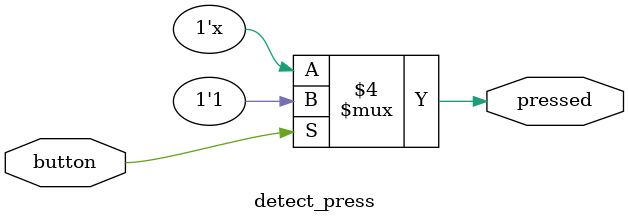
<source format=v>
`timescale 1ns / 1ps


module detect_press(
    input button,
    output reg pressed = 0
    );
    always @ (*) begin
        if (button) begin
            pressed = 1;
        end
    end
endmodule

</source>
